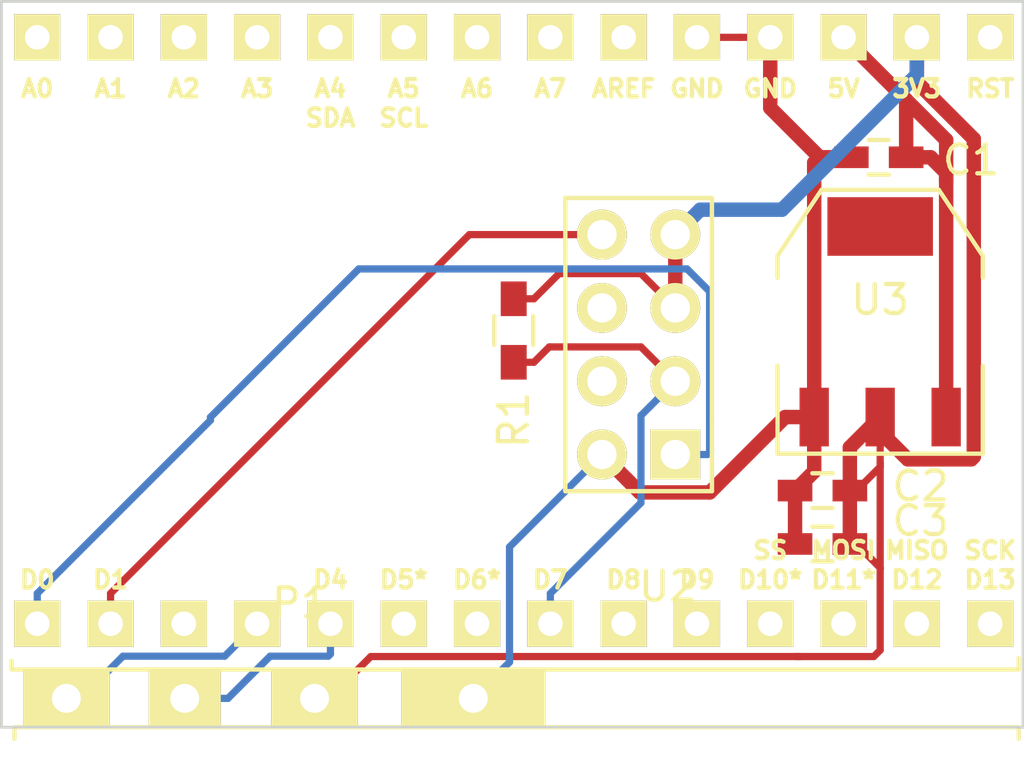
<source format=kicad_pcb>
(kicad_pcb (version 4) (host pcbnew "(2015-05-08 BZR 5647)-product")

  (general
    (links 22)
    (no_connects 0)
    (area 130.699999 93.549999 166.200001 118.800001)
    (thickness 1.6)
    (drawings 4)
    (tracks 105)
    (zones 0)
    (modules 8)
    (nets 30)
  )

  (page A4)
  (layers
    (0 F.Cu signal)
    (31 B.Cu signal)
    (32 B.Adhes user)
    (33 F.Adhes user)
    (34 B.Paste user)
    (35 F.Paste user)
    (36 B.SilkS user)
    (37 F.SilkS user)
    (38 B.Mask user)
    (39 F.Mask user)
    (40 Dwgs.User user)
    (41 Cmts.User user)
    (42 Eco1.User user)
    (43 Eco2.User user)
    (44 Edge.Cuts user)
    (45 Margin user)
    (46 B.CrtYd user)
    (47 F.CrtYd user)
    (48 B.Fab user)
    (49 F.Fab user)
  )

  (setup
    (last_trace_width 0.25)
    (trace_clearance 0.2)
    (zone_clearance 0.508)
    (zone_45_only no)
    (trace_min 0.2)
    (segment_width 0.2)
    (edge_width 0.1)
    (via_size 0.6)
    (via_drill 0.4)
    (via_min_size 0.4)
    (via_min_drill 0.3)
    (uvia_size 0.3)
    (uvia_drill 0.1)
    (uvias_allowed no)
    (uvia_min_size 0.2)
    (uvia_min_drill 0.1)
    (pcb_text_width 0.3)
    (pcb_text_size 1.5 1.5)
    (mod_edge_width 0.15)
    (mod_text_size 1 1)
    (mod_text_width 0.15)
    (pad_size 1.5 1.5)
    (pad_drill 0.6)
    (pad_to_mask_clearance 0)
    (aux_axis_origin 0 0)
    (visible_elements FFFFFF7F)
    (pcbplotparams
      (layerselection 0x00030_80000001)
      (usegerberextensions false)
      (excludeedgelayer true)
      (linewidth 0.100000)
      (plotframeref false)
      (viasonmask false)
      (mode 1)
      (useauxorigin false)
      (hpglpennumber 1)
      (hpglpenspeed 20)
      (hpglpendiameter 15)
      (hpglpenoverlay 2)
      (psnegative false)
      (psa4output false)
      (plotreference true)
      (plotvalue true)
      (plotinvisibletext false)
      (padsonsilk false)
      (subtractmaskfromsilk false)
      (outputformat 1)
      (mirror false)
      (drillshape 1)
      (scaleselection 1)
      (outputdirectory ""))
  )

  (net 0 "")
  (net 1 GND)
  (net 2 +3V3)
  (net 3 /OOK_EN)
  (net 4 /OOK)
  (net 5 /ESP_PD)
  (net 6 /ESP_TX)
  (net 7 /ESP_RX)
  (net 8 "Net-(U1-Pad3)")
  (net 9 "Net-(U1-Pad6)")
  (net 10 "Net-(U1-Pad7)")
  (net 11 "Net-(U1-Pad9)")
  (net 12 "Net-(U1-Pad10)")
  (net 13 "Net-(U1-Pad11)")
  (net 14 "Net-(U1-Pad12)")
  (net 15 "Net-(U1-Pad13)")
  (net 16 "Net-(U1-Pad14)")
  (net 17 "Net-(U1-Pad15)")
  (net 18 "Net-(U1-Pad16)")
  (net 19 "Net-(U1-Pad17)")
  (net 20 "Net-(U1-Pad18)")
  (net 21 "Net-(U1-Pad19)")
  (net 22 "Net-(U1-Pad20)")
  (net 23 "Net-(U1-Pad21)")
  (net 24 "Net-(U1-Pad22)")
  (net 25 "Net-(U1-Pad23)")
  (net 26 +5V)
  (net 27 /RST)
  (net 28 "Net-(U2-Pad4)")
  (net 29 "Net-(U2-Pad6)")

  (net_class Default "This is the default net class."
    (clearance 0.2)
    (trace_width 0.25)
    (via_dia 0.6)
    (via_drill 0.4)
    (uvia_dia 0.3)
    (uvia_drill 0.1)
    (add_net /ESP_PD)
    (add_net /ESP_RX)
    (add_net /ESP_TX)
    (add_net /OOK)
    (add_net /OOK_EN)
    (add_net /RST)
    (add_net "Net-(U1-Pad10)")
    (add_net "Net-(U1-Pad11)")
    (add_net "Net-(U1-Pad12)")
    (add_net "Net-(U1-Pad13)")
    (add_net "Net-(U1-Pad14)")
    (add_net "Net-(U1-Pad15)")
    (add_net "Net-(U1-Pad16)")
    (add_net "Net-(U1-Pad17)")
    (add_net "Net-(U1-Pad18)")
    (add_net "Net-(U1-Pad19)")
    (add_net "Net-(U1-Pad20)")
    (add_net "Net-(U1-Pad21)")
    (add_net "Net-(U1-Pad22)")
    (add_net "Net-(U1-Pad23)")
    (add_net "Net-(U1-Pad3)")
    (add_net "Net-(U1-Pad6)")
    (add_net "Net-(U1-Pad7)")
    (add_net "Net-(U1-Pad9)")
    (add_net "Net-(U2-Pad4)")
    (add_net "Net-(U2-Pad6)")
  )

  (net_class Power ""
    (clearance 0.2)
    (trace_width 0.5)
    (via_dia 0.8)
    (via_drill 0.6)
    (uvia_dia 0.3)
    (uvia_drill 0.1)
    (add_net +3V3)
    (add_net +5V)
    (add_net GND)
  )

  (module mylib:RX868-SH (layer F.Cu) (tedit 55E80EFE) (tstamp 55E80ED6)
    (at 140.7 119.55 180)
    (path /55B773A5)
    (fp_text reference P1 (at -0.4 5.1 180) (layer F.SilkS)
      (effects (font (size 1 1) (thickness 0.15)))
    )
    (fp_text value RX868SH-DV (at -14.7 1.8 180) (layer F.Fab)
      (effects (font (size 1 1) (thickness 0.15)))
    )
    (fp_line (start -25.3 2.8) (end -25.3 3.2) (layer F.SilkS) (width 0.15))
    (fp_line (start -25.3 0.8) (end -25.3 0.4) (layer F.SilkS) (width 0.15))
    (fp_line (start 9.6 2.8) (end 9.6 3.1) (layer F.SilkS) (width 0.15))
    (fp_line (start 9.5 0.8) (end 9.5 0.4) (layer F.SilkS) (width 0.15))
    (fp_line (start 9.6 2.8) (end -25.3 2.8) (layer F.SilkS) (width 0.15))
    (fp_line (start -25.3 0.8) (end 9.5 0.8) (layer F.SilkS) (width 0.15))
    (pad 4 thru_hole rect (at -6.4 1.8 180) (size 5 2) (drill 1) (layers *.Cu *.Mask F.SilkS)
      (net 1 GND))
    (pad 3 thru_hole rect (at -0.9 1.8 180) (size 3 2) (drill 1) (layers *.Cu *.Mask F.SilkS)
      (net 2 +3V3))
    (pad 2 thru_hole rect (at 3.6 1.8 180) (size 2.5 2) (drill 1) (layers *.Cu *.Mask F.SilkS)
      (net 3 /OOK_EN))
    (pad 1 thru_hole rect (at 7.7 1.8 180) (size 3 2) (drill 1) (layers *.Cu *.Mask F.SilkS)
      (net 4 /OOK))
  )

  (module Resistors_SMD:R_0603_HandSoldering (layer F.Cu) (tedit 55E80FA2) (tstamp 55E80EDC)
    (at 148.5011 105.0036 90)
    (descr "Resistor SMD 0603, hand soldering")
    (tags "resistor 0603")
    (path /55B77A99)
    (attr smd)
    (fp_text reference R1 (at -3.0964 -0.0011 90) (layer F.SilkS)
      (effects (font (size 1 1) (thickness 0.15)))
    )
    (fp_text value 10k (at -3.4036 0.1011 90) (layer F.Fab) hide
      (effects (font (size 1 1) (thickness 0.15)))
    )
    (fp_line (start -2 -0.8) (end 2 -0.8) (layer F.CrtYd) (width 0.05))
    (fp_line (start -2 0.8) (end 2 0.8) (layer F.CrtYd) (width 0.05))
    (fp_line (start -2 -0.8) (end -2 0.8) (layer F.CrtYd) (width 0.05))
    (fp_line (start 2 -0.8) (end 2 0.8) (layer F.CrtYd) (width 0.05))
    (fp_line (start 0.5 0.675) (end -0.5 0.675) (layer F.SilkS) (width 0.15))
    (fp_line (start -0.5 -0.675) (end 0.5 -0.675) (layer F.SilkS) (width 0.15))
    (pad 1 smd rect (at -1.1 0 90) (size 1.2 0.9) (layers F.Cu F.Paste F.Mask)
      (net 5 /ESP_PD))
    (pad 2 smd rect (at 1.1 0 90) (size 1.2 0.9) (layers F.Cu F.Paste F.Mask)
      (net 2 +3V3))
    (model Resistors_SMD.3dshapes/R_0603_HandSoldering.wrl
      (at (xyz 0 0 0))
      (scale (xyz 1 1 1))
      (rotate (xyz 0 0 0))
    )
  )

  (module mylib:TINY328_CONN (layer F.Cu) (tedit 5537E2DA) (tstamp 55E80EFC)
    (at 148.5011 105.0036)
    (path /55B67E98)
    (fp_text reference U1 (at 0 -2.54) (layer F.SilkS) hide
      (effects (font (size 1 1) (thickness 0.15)))
    )
    (fp_text value TINY328 (at 0 0) (layer F.SilkS) hide
      (effects (font (size 1 1) (thickness 0.15)))
    )
    (fp_text user SCL (at -3.81 -7.366) (layer F.SilkS)
      (effects (font (size 0.6 0.6) (thickness 0.15)))
    )
    (fp_text user SDA (at -6.35 -7.366) (layer F.SilkS)
      (effects (font (size 0.6 0.6) (thickness 0.15)))
    )
    (fp_text user INT1 (at -8.89 7.62) (layer F.SilkS) hide
      (effects (font (size 0.6 0.6) (thickness 0.15)))
    )
    (fp_text user INT0 (at -11.43 7.62) (layer F.SilkS) hide
      (effects (font (size 0.6 0.6) (thickness 0.15)))
    )
    (fp_text user SCK (at 16.51 7.62) (layer F.SilkS)
      (effects (font (size 0.6 0.6) (thickness 0.15)))
    )
    (fp_text user MISO (at 13.97 7.62) (layer F.SilkS)
      (effects (font (size 0.6 0.6) (thickness 0.15)))
    )
    (fp_text user MOSI (at 11.43 7.62) (layer F.SilkS)
      (effects (font (size 0.6 0.6) (thickness 0.15)))
    )
    (fp_text user SS (at 8.89 7.62) (layer F.SilkS)
      (effects (font (size 0.6 0.6) (thickness 0.15)))
    )
    (fp_text user RST (at 16.51 -8.382) (layer F.SilkS)
      (effects (font (size 0.6 0.6) (thickness 0.15)))
    )
    (fp_text user 3V3 (at 13.97 -8.382) (layer F.SilkS)
      (effects (font (size 0.6 0.6) (thickness 0.15)))
    )
    (fp_text user 5V (at 11.43 -8.382) (layer F.SilkS)
      (effects (font (size 0.6 0.6) (thickness 0.15)))
    )
    (fp_text user GND (at 8.89 -8.382) (layer F.SilkS)
      (effects (font (size 0.6 0.6) (thickness 0.15)))
    )
    (fp_text user GND (at 6.35 -8.382) (layer F.SilkS)
      (effects (font (size 0.6 0.6) (thickness 0.15)))
    )
    (fp_text user AREF (at 3.81 -8.382) (layer F.SilkS)
      (effects (font (size 0.6 0.6) (thickness 0.15)))
    )
    (fp_text user A7 (at 1.27 -8.382) (layer F.SilkS)
      (effects (font (size 0.6 0.6) (thickness 0.15)))
    )
    (fp_text user A6 (at -1.27 -8.382) (layer F.SilkS)
      (effects (font (size 0.6 0.6) (thickness 0.15)))
    )
    (fp_text user A5 (at -3.81 -8.382) (layer F.SilkS)
      (effects (font (size 0.6 0.6) (thickness 0.15)))
    )
    (fp_text user A4 (at -6.35 -8.382) (layer F.SilkS)
      (effects (font (size 0.6 0.6) (thickness 0.15)))
    )
    (fp_text user A3 (at -8.89 -8.382) (layer F.SilkS)
      (effects (font (size 0.6 0.6) (thickness 0.15)))
    )
    (fp_text user A2 (at -11.43 -8.382) (layer F.SilkS)
      (effects (font (size 0.6 0.6) (thickness 0.15)))
    )
    (fp_text user A1 (at -13.97 -8.382) (layer F.SilkS)
      (effects (font (size 0.6 0.6) (thickness 0.15)))
    )
    (fp_text user A0 (at -16.51 -8.382) (layer F.SilkS)
      (effects (font (size 0.6 0.6) (thickness 0.15)))
    )
    (fp_text user D13 (at 16.51 8.636) (layer F.SilkS)
      (effects (font (size 0.6 0.6) (thickness 0.15)))
    )
    (fp_text user D12 (at 13.97 8.636) (layer F.SilkS)
      (effects (font (size 0.6 0.6) (thickness 0.15)))
    )
    (fp_text user D11* (at 11.43 8.636) (layer F.SilkS)
      (effects (font (size 0.6 0.6) (thickness 0.15)))
    )
    (fp_text user D10* (at 8.89 8.636) (layer F.SilkS)
      (effects (font (size 0.6 0.6) (thickness 0.15)))
    )
    (fp_text user D9 (at 6.35 8.636) (layer F.SilkS)
      (effects (font (size 0.6 0.6) (thickness 0.15)))
    )
    (fp_text user D8 (at 3.81 8.636) (layer F.SilkS)
      (effects (font (size 0.6 0.6) (thickness 0.15)))
    )
    (fp_text user D7 (at 1.27 8.636) (layer F.SilkS)
      (effects (font (size 0.6 0.6) (thickness 0.15)))
    )
    (fp_text user D6* (at -1.27 8.636) (layer F.SilkS)
      (effects (font (size 0.6 0.6) (thickness 0.15)))
    )
    (fp_text user D5* (at -3.81 8.636) (layer F.SilkS)
      (effects (font (size 0.6 0.6) (thickness 0.15)))
    )
    (fp_text user D4 (at -6.35 8.636) (layer F.SilkS)
      (effects (font (size 0.6 0.6) (thickness 0.15)))
    )
    (fp_text user D3* (at -8.89 8.636) (layer F.SilkS) hide
      (effects (font (size 0.6 0.6) (thickness 0.15)))
    )
    (fp_text user D2 (at -11.43 8.636) (layer F.SilkS) hide
      (effects (font (size 0.6 0.6) (thickness 0.15)))
    )
    (fp_text user D1 (at -13.97 8.636) (layer F.SilkS)
      (effects (font (size 0.6 0.6) (thickness 0.15)))
    )
    (fp_text user D0 (at -16.51 8.636) (layer F.SilkS)
      (effects (font (size 0.6 0.6) (thickness 0.15)))
    )
    (pad 1 thru_hole rect (at -16.51 10.16) (size 1.6 1.6) (drill 0.85) (layers *.Cu *.Mask F.SilkS)
      (net 6 /ESP_TX))
    (pad 2 thru_hole rect (at -13.97 10.16) (size 1.6 1.6) (drill 0.85) (layers *.Cu *.Mask F.SilkS)
      (net 7 /ESP_RX))
    (pad 3 thru_hole rect (at -11.43 10.16) (size 1.6 1.6) (drill 0.85) (layers *.Cu *.Mask F.SilkS)
      (net 8 "Net-(U1-Pad3)"))
    (pad 4 thru_hole rect (at -8.89 10.16) (size 1.6 1.6) (drill 0.85) (layers *.Cu *.Mask F.SilkS)
      (net 4 /OOK))
    (pad 5 thru_hole rect (at -6.35 10.16) (size 1.6 1.6) (drill 0.85) (layers *.Cu *.Mask F.SilkS)
      (net 3 /OOK_EN))
    (pad 6 thru_hole rect (at -3.81 10.16) (size 1.6 1.6) (drill 0.85) (layers *.Cu *.Mask F.SilkS)
      (net 9 "Net-(U1-Pad6)"))
    (pad 7 thru_hole rect (at -1.27 10.16) (size 1.6 1.6) (drill 0.85) (layers *.Cu *.Mask F.SilkS)
      (net 10 "Net-(U1-Pad7)"))
    (pad 8 thru_hole rect (at 1.27 10.16) (size 1.6 1.6) (drill 0.85) (layers *.Cu *.Mask F.SilkS)
      (net 5 /ESP_PD))
    (pad 9 thru_hole rect (at 3.81 10.16) (size 1.6 1.6) (drill 0.85) (layers *.Cu *.Mask F.SilkS)
      (net 11 "Net-(U1-Pad9)"))
    (pad 10 thru_hole rect (at 6.35 10.16) (size 1.6 1.6) (drill 0.85) (layers *.Cu *.Mask F.SilkS)
      (net 12 "Net-(U1-Pad10)"))
    (pad 11 thru_hole rect (at 8.89 10.16) (size 1.6 1.6) (drill 0.85) (layers *.Cu *.Mask F.SilkS)
      (net 13 "Net-(U1-Pad11)"))
    (pad 12 thru_hole rect (at 11.43 10.16) (size 1.6 1.6) (drill 0.85) (layers *.Cu *.Mask F.SilkS)
      (net 14 "Net-(U1-Pad12)"))
    (pad 13 thru_hole rect (at 13.97 10.16) (size 1.6 1.6) (drill 0.85) (layers *.Cu *.Mask F.SilkS)
      (net 15 "Net-(U1-Pad13)"))
    (pad 14 thru_hole rect (at 16.51 10.16) (size 1.6 1.6) (drill 0.85) (layers *.Cu *.Mask F.SilkS)
      (net 16 "Net-(U1-Pad14)"))
    (pad 15 thru_hole rect (at -16.51 -10.16) (size 1.6 1.6) (drill 0.85) (layers *.Cu *.Mask F.SilkS)
      (net 17 "Net-(U1-Pad15)"))
    (pad 16 thru_hole rect (at -13.97 -10.16) (size 1.6 1.6) (drill 0.85) (layers *.Cu *.Mask F.SilkS)
      (net 18 "Net-(U1-Pad16)"))
    (pad 17 thru_hole rect (at -11.43 -10.16) (size 1.6 1.6) (drill 0.85) (layers *.Cu *.Mask F.SilkS)
      (net 19 "Net-(U1-Pad17)"))
    (pad 18 thru_hole rect (at -8.89 -10.16) (size 1.6 1.6) (drill 0.85) (layers *.Cu *.Mask F.SilkS)
      (net 20 "Net-(U1-Pad18)"))
    (pad 19 thru_hole rect (at -6.35 -10.16) (size 1.6 1.6) (drill 0.85) (layers *.Cu *.Mask F.SilkS)
      (net 21 "Net-(U1-Pad19)"))
    (pad 20 thru_hole rect (at -3.81 -10.16) (size 1.6 1.6) (drill 0.85) (layers *.Cu *.Mask F.SilkS)
      (net 22 "Net-(U1-Pad20)"))
    (pad 21 thru_hole rect (at -1.27 -10.16) (size 1.6 1.6) (drill 0.85) (layers *.Cu *.Mask F.SilkS)
      (net 23 "Net-(U1-Pad21)"))
    (pad 22 thru_hole rect (at 1.27 -10.16) (size 1.6 1.6) (drill 0.85) (layers *.Cu *.Mask F.SilkS)
      (net 24 "Net-(U1-Pad22)"))
    (pad 23 thru_hole rect (at 3.81 -10.16) (size 1.6 1.6) (drill 0.85) (layers *.Cu *.Mask F.SilkS)
      (net 25 "Net-(U1-Pad23)"))
    (pad 24 thru_hole rect (at 6.35 -10.16) (size 1.6 1.6) (drill 0.85) (layers *.Cu *.Mask F.SilkS)
      (net 1 GND))
    (pad 25 thru_hole rect (at 8.89 -10.16) (size 1.6 1.6) (drill 0.85) (layers *.Cu *.Mask F.SilkS)
      (net 1 GND))
    (pad 26 thru_hole rect (at 11.43 -10.16) (size 1.6 1.6) (drill 0.85) (layers *.Cu *.Mask F.SilkS)
      (net 26 +5V))
    (pad 27 thru_hole rect (at 13.97 -10.16) (size 1.6 1.6) (drill 0.85) (layers *.Cu *.Mask F.SilkS)
      (net 2 +3V3))
    (pad 28 thru_hole rect (at 16.51 -10.16) (size 1.6 1.6) (drill 0.85) (layers *.Cu *.Mask F.SilkS)
      (net 27 /RST))
  )

  (module ESP8266:ESP-01 (layer F.Cu) (tedit 553C10FF) (tstamp 55E80F08)
    (at 154.1 109.3 180)
    (descr "Module, ESP-8266, ESP-01, 8 pin")
    (tags "Module ESP-8266 ESP8266")
    (path /55E80CC8)
    (fp_text reference U2 (at 0.254 -4.572 180) (layer F.SilkS)
      (effects (font (size 1 1) (thickness 0.15)))
    )
    (fp_text value ESP-01v090 (at 12.192 3.556 180) (layer F.Fab)
      (effects (font (size 1 1) (thickness 0.15)))
    )
    (fp_line (start -1.778 -3.302) (end 22.86 -3.302) (layer F.Fab) (width 0.1524))
    (fp_line (start 22.86 -3.302) (end 22.86 10.922) (layer F.Fab) (width 0.1524))
    (fp_line (start 22.86 10.922) (end -1.778 10.922) (layer F.Fab) (width 0.1524))
    (fp_line (start -1.778 10.922) (end -1.778 -3.302) (layer F.Fab) (width 0.1524))
    (fp_line (start 1.27 -1.27) (end -1.27 -1.27) (layer F.SilkS) (width 0.1524))
    (fp_line (start -1.27 -1.27) (end -1.27 1.27) (layer F.SilkS) (width 0.1524))
    (fp_line (start -1.75 -1.75) (end -1.75 9.4) (layer F.CrtYd) (width 0.05))
    (fp_line (start 4.3 -1.75) (end 4.3 9.4) (layer F.CrtYd) (width 0.05))
    (fp_line (start -1.75 -1.75) (end 4.3 -1.75) (layer F.CrtYd) (width 0.05))
    (fp_line (start -1.75 9.4) (end 4.3 9.4) (layer F.CrtYd) (width 0.05))
    (fp_line (start -1.27 1.27) (end -1.27 8.89) (layer F.SilkS) (width 0.1524))
    (fp_line (start -1.27 8.89) (end 3.81 8.89) (layer F.SilkS) (width 0.1524))
    (fp_line (start 3.81 8.89) (end 3.81 -1.27) (layer F.SilkS) (width 0.1524))
    (fp_line (start 3.81 -1.27) (end 1.27 -1.27) (layer F.SilkS) (width 0.1524))
    (pad 1 thru_hole rect (at 0 0 180) (size 1.7272 1.7272) (drill 1.016) (layers *.Cu *.Mask F.SilkS)
      (net 6 /ESP_TX))
    (pad 2 thru_hole oval (at 2.54 0 180) (size 1.7272 1.7272) (drill 1.016) (layers *.Cu *.Mask F.SilkS)
      (net 1 GND))
    (pad 3 thru_hole oval (at 0 2.54 180) (size 1.7272 1.7272) (drill 1.016) (layers *.Cu *.Mask F.SilkS)
      (net 5 /ESP_PD))
    (pad 4 thru_hole oval (at 2.54 2.54 180) (size 1.7272 1.7272) (drill 1.016) (layers *.Cu *.Mask F.SilkS)
      (net 28 "Net-(U2-Pad4)"))
    (pad 5 thru_hole oval (at 0 5.08 180) (size 1.7272 1.7272) (drill 1.016) (layers *.Cu *.Mask F.SilkS)
      (net 2 +3V3))
    (pad 6 thru_hole oval (at 2.54 5.08 180) (size 1.7272 1.7272) (drill 1.016) (layers *.Cu *.Mask F.SilkS)
      (net 29 "Net-(U2-Pad6)"))
    (pad 7 thru_hole oval (at 0 7.62 180) (size 1.7272 1.7272) (drill 1.016) (layers *.Cu *.Mask F.SilkS)
      (net 2 +3V3))
    (pad 8 thru_hole oval (at 2.54 7.62 180) (size 1.7272 1.7272) (drill 1.016) (layers *.Cu *.Mask F.SilkS)
      (net 7 /ESP_RX))
    (model Pin_Headers.3dshapes/Pin_Header_Straight_2x04.wrl
      (at (xyz 0.05 -0.15 0))
      (scale (xyz 1 1 1))
      (rotate (xyz 0 0 90))
    )
  )

  (module SMD_Packages:SOT-223 (layer F.Cu) (tedit 55E81803) (tstamp 55E80F10)
    (at 161.2 104.7)
    (descr "module CMS SOT223 4 pins")
    (tags "CMS SOT")
    (path /55B777E6)
    (attr smd)
    (fp_text reference U3 (at 0 -0.762) (layer F.SilkS)
      (effects (font (size 1 1) (thickness 0.15)))
    )
    (fp_text value LD1117S33TR (at 0 0.762) (layer F.Fab) hide
      (effects (font (size 1 1) (thickness 0.15)))
    )
    (fp_line (start -3.556 1.524) (end -3.556 4.572) (layer F.SilkS) (width 0.15))
    (fp_line (start -3.556 4.572) (end 3.556 4.572) (layer F.SilkS) (width 0.15))
    (fp_line (start 3.556 4.572) (end 3.556 1.524) (layer F.SilkS) (width 0.15))
    (fp_line (start -3.556 -1.524) (end -3.556 -2.286) (layer F.SilkS) (width 0.15))
    (fp_line (start -3.556 -2.286) (end -2.032 -4.572) (layer F.SilkS) (width 0.15))
    (fp_line (start -2.032 -4.572) (end 2.032 -4.572) (layer F.SilkS) (width 0.15))
    (fp_line (start 2.032 -4.572) (end 3.556 -2.286) (layer F.SilkS) (width 0.15))
    (fp_line (start 3.556 -2.286) (end 3.556 -1.524) (layer F.SilkS) (width 0.15))
    (pad 4 smd rect (at 0 -3.302) (size 3.6576 2.032) (layers F.Cu F.Paste F.Mask))
    (pad 2 smd rect (at 0 3.302) (size 1.016 2.032) (layers F.Cu F.Paste F.Mask)
      (net 2 +3V3))
    (pad 3 smd rect (at 2.286 3.302) (size 1.016 2.032) (layers F.Cu F.Paste F.Mask)
      (net 26 +5V))
    (pad 1 smd rect (at -2.286 3.302) (size 1.016 2.032) (layers F.Cu F.Paste F.Mask)
      (net 1 GND))
    (model SMD_Packages.3dshapes/SOT-223.wrl
      (at (xyz 0 0 0))
      (scale (xyz 0.4 0.4 0.4))
      (rotate (xyz 0 0 0))
    )
  )

  (module Capacitors_SMD:C_0603_HandSoldering (layer F.Cu) (tedit 55E81AD4) (tstamp 55E817A4)
    (at 161.15 99 180)
    (descr "Capacitor SMD 0603, hand soldering")
    (tags "capacitor 0603")
    (path /55E8194D)
    (attr smd)
    (fp_text reference C1 (at -3.2 -0.1 180) (layer F.SilkS)
      (effects (font (size 1 1) (thickness 0.15)))
    )
    (fp_text value 1uF (at 0 1.9 180) (layer F.Fab) hide
      (effects (font (size 1 1) (thickness 0.15)))
    )
    (fp_line (start -1.85 -0.75) (end 1.85 -0.75) (layer F.CrtYd) (width 0.05))
    (fp_line (start -1.85 0.75) (end 1.85 0.75) (layer F.CrtYd) (width 0.05))
    (fp_line (start -1.85 -0.75) (end -1.85 0.75) (layer F.CrtYd) (width 0.05))
    (fp_line (start 1.85 -0.75) (end 1.85 0.75) (layer F.CrtYd) (width 0.05))
    (fp_line (start -0.35 -0.6) (end 0.35 -0.6) (layer F.SilkS) (width 0.15))
    (fp_line (start 0.35 0.6) (end -0.35 0.6) (layer F.SilkS) (width 0.15))
    (pad 1 smd rect (at -0.95 0 180) (size 1.2 0.75) (layers F.Cu F.Paste F.Mask)
      (net 26 +5V))
    (pad 2 smd rect (at 0.95 0 180) (size 1.2 0.75) (layers F.Cu F.Paste F.Mask)
      (net 1 GND))
    (model Capacitors_SMD.3dshapes/C_0603_HandSoldering.wrl
      (at (xyz 0 0 0))
      (scale (xyz 1 1 1))
      (rotate (xyz 0 0 0))
    )
  )

  (module Capacitors_SMD:C_0603_HandSoldering (layer F.Cu) (tedit 55E817FE) (tstamp 55E817AA)
    (at 159.2 110.55 180)
    (descr "Capacitor SMD 0603, hand soldering")
    (tags "capacitor 0603")
    (path /55E8198A)
    (attr smd)
    (fp_text reference C2 (at -3.4 0.15 180) (layer F.SilkS)
      (effects (font (size 1 1) (thickness 0.15)))
    )
    (fp_text value 10uF (at 0 1.9 180) (layer F.Fab) hide
      (effects (font (size 1 1) (thickness 0.15)))
    )
    (fp_line (start -1.85 -0.75) (end 1.85 -0.75) (layer F.CrtYd) (width 0.05))
    (fp_line (start -1.85 0.75) (end 1.85 0.75) (layer F.CrtYd) (width 0.05))
    (fp_line (start -1.85 -0.75) (end -1.85 0.75) (layer F.CrtYd) (width 0.05))
    (fp_line (start 1.85 -0.75) (end 1.85 0.75) (layer F.CrtYd) (width 0.05))
    (fp_line (start -0.35 -0.6) (end 0.35 -0.6) (layer F.SilkS) (width 0.15))
    (fp_line (start 0.35 0.6) (end -0.35 0.6) (layer F.SilkS) (width 0.15))
    (pad 1 smd rect (at -0.95 0 180) (size 1.2 0.75) (layers F.Cu F.Paste F.Mask)
      (net 2 +3V3))
    (pad 2 smd rect (at 0.95 0 180) (size 1.2 0.75) (layers F.Cu F.Paste F.Mask)
      (net 1 GND))
    (model Capacitors_SMD.3dshapes/C_0603_HandSoldering.wrl
      (at (xyz 0 0 0))
      (scale (xyz 1 1 1))
      (rotate (xyz 0 0 0))
    )
  )

  (module Capacitors_SMD:C_0603_HandSoldering (layer F.Cu) (tedit 55E81809) (tstamp 55E817B0)
    (at 159.2 112.4 180)
    (descr "Capacitor SMD 0603, hand soldering")
    (tags "capacitor 0603")
    (path /55E819C9)
    (attr smd)
    (fp_text reference C3 (at -3.4 0.8 180) (layer F.SilkS)
      (effects (font (size 1 1) (thickness 0.15)))
    )
    (fp_text value 0.1uF (at 0 1.9 180) (layer F.Fab) hide
      (effects (font (size 1 1) (thickness 0.15)))
    )
    (fp_line (start -1.85 -0.75) (end 1.85 -0.75) (layer F.CrtYd) (width 0.05))
    (fp_line (start -1.85 0.75) (end 1.85 0.75) (layer F.CrtYd) (width 0.05))
    (fp_line (start -1.85 -0.75) (end -1.85 0.75) (layer F.CrtYd) (width 0.05))
    (fp_line (start 1.85 -0.75) (end 1.85 0.75) (layer F.CrtYd) (width 0.05))
    (fp_line (start -0.35 -0.6) (end 0.35 -0.6) (layer F.SilkS) (width 0.15))
    (fp_line (start 0.35 0.6) (end -0.35 0.6) (layer F.SilkS) (width 0.15))
    (pad 1 smd rect (at -0.95 0 180) (size 1.2 0.75) (layers F.Cu F.Paste F.Mask)
      (net 2 +3V3))
    (pad 2 smd rect (at 0.95 0 180) (size 1.2 0.75) (layers F.Cu F.Paste F.Mask)
      (net 1 GND))
    (model Capacitors_SMD.3dshapes/C_0603_HandSoldering.wrl
      (at (xyz 0 0 0))
      (scale (xyz 1 1 1))
      (rotate (xyz 0 0 0))
    )
  )

  (gr_line (start 130.75 118.75) (end 130.75 93.6) (angle 90) (layer Edge.Cuts) (width 0.1))
  (gr_line (start 166.15 118.75) (end 130.75 118.75) (angle 90) (layer Edge.Cuts) (width 0.1))
  (gr_line (start 166.15 93.6) (end 166.15 118.75) (angle 90) (layer Edge.Cuts) (width 0.1))
  (gr_line (start 130.75 93.6) (end 166.15 93.6) (angle 90) (layer Edge.Cuts) (width 0.1))

  (segment (start 158.914 108.002) (end 158.914 99.906051) (width 0.25) (layer F.Cu) (net 1))
  (segment (start 160.2 99) (end 159.35 99) (width 0.25) (layer F.Cu) (net 1))
  (segment (start 159.35 99) (end 158.914 99.436) (width 0.25) (layer F.Cu) (net 1))
  (segment (start 158.914 99.436) (end 158.914 99.906051) (width 0.25) (layer F.Cu) (net 1))
  (segment (start 159.975 99) (end 160.2 99) (width 0.25) (layer F.Cu) (net 1))
  (segment (start 147.1 117.75) (end 148.356101 116.493899) (width 0.25) (layer B.Cu) (net 1))
  (segment (start 148.356101 116.493899) (end 148.356101 112.503899) (width 0.25) (layer B.Cu) (net 1))
  (segment (start 148.356101 112.503899) (end 150.696401 110.163599) (width 0.25) (layer B.Cu) (net 1))
  (segment (start 150.696401 110.163599) (end 151.56 109.3) (width 0.25) (layer B.Cu) (net 1))
  (segment (start 157.3911 94.8436) (end 156.3411 94.8436) (width 0.25) (layer F.Cu) (net 1))
  (segment (start 156.3411 94.8436) (end 154.8511 94.8436) (width 0.25) (layer F.Cu) (net 1))
  (segment (start 158.914 99.186) (end 159.1 99) (width 0.5) (layer F.Cu) (net 1))
  (segment (start 158.914 108.002) (end 158.914 99.186) (width 0.5) (layer F.Cu) (net 1))
  (segment (start 157.3911 96.1436) (end 157.3911 94.8436) (width 0.5) (layer F.Cu) (net 1))
  (segment (start 157.3911 97.2911) (end 157.3911 96.1436) (width 0.5) (layer F.Cu) (net 1))
  (segment (start 159.1 99) (end 157.3911 97.2911) (width 0.5) (layer F.Cu) (net 1))
  (segment (start 160.2 99) (end 159.1 99) (width 0.5) (layer F.Cu) (net 1))
  (segment (start 158.914 109.886) (end 158.25 110.55) (width 0.5) (layer F.Cu) (net 1))
  (segment (start 158.914 108.002) (end 158.914 109.886) (width 0.5) (layer F.Cu) (net 1))
  (segment (start 158.25 110.55) (end 158.25 112.4) (width 0.5) (layer F.Cu) (net 1))
  (segment (start 152.423599 110.163599) (end 151.56 109.3) (width 0.5) (layer F.Cu) (net 1))
  (segment (start 155.294399 110.613601) (end 152.873601 110.613601) (width 0.5) (layer F.Cu) (net 1))
  (segment (start 152.873601 110.613601) (end 152.423599 110.163599) (width 0.5) (layer F.Cu) (net 1))
  (segment (start 157.906 108.002) (end 155.294399 110.613601) (width 0.5) (layer F.Cu) (net 1))
  (segment (start 158.914 108.002) (end 157.906 108.002) (width 0.5) (layer F.Cu) (net 1))
  (segment (start 161.2 116.079702) (end 161.2 113.258382) (width 0.25) (layer F.Cu) (net 2))
  (segment (start 161.2 113.258382) (end 161.2 109.588654) (width 0.25) (layer F.Cu) (net 2))
  (segment (start 160.15 112.4) (end 160.375 112.4) (width 0.25) (layer F.Cu) (net 2))
  (segment (start 160.375 112.4) (end 161.2 113.225) (width 0.25) (layer F.Cu) (net 2))
  (segment (start 161.2 113.225) (end 161.2 113.258382) (width 0.25) (layer F.Cu) (net 2))
  (segment (start 161.2 109.588654) (end 161.2 109.268) (width 0.25) (layer F.Cu) (net 2))
  (segment (start 161.2 109.588654) (end 161.2 109.725) (width 0.25) (layer F.Cu) (net 2))
  (segment (start 161.2 109.725) (end 160.375 110.55) (width 0.25) (layer F.Cu) (net 2))
  (segment (start 160.375 110.55) (end 160.15 110.55) (width 0.25) (layer F.Cu) (net 2))
  (segment (start 158.289623 116.3) (end 158.439702 116.3) (width 0.25) (layer F.Cu) (net 2))
  (segment (start 143.55 116.3) (end 158.289623 116.3) (width 0.25) (layer F.Cu) (net 2))
  (segment (start 161.2 109.268) (end 161.2 108.002) (width 0.25) (layer F.Cu) (net 2))
  (segment (start 158.289623 116.3) (end 160.979702 116.3) (width 0.25) (layer F.Cu) (net 2))
  (segment (start 160.979702 116.3) (end 161.2 116.079702) (width 0.25) (layer F.Cu) (net 2))
  (segment (start 141.6 117.75) (end 142.1 117.75) (width 0.25) (layer F.Cu) (net 2))
  (segment (start 142.1 117.75) (end 143.55 116.3) (width 0.25) (layer F.Cu) (net 2))
  (segment (start 161.2 108.51) (end 162.033001 109.343001) (width 0.5) (layer F.Cu) (net 2))
  (segment (start 162.033001 109.343001) (end 164.254001 109.343001) (width 0.25) (layer F.Cu) (net 2))
  (segment (start 164.254001 109.343001) (end 164.319001 109.278001) (width 0.25) (layer F.Cu) (net 2))
  (segment (start 162.4711 95.8936) (end 162.4711 94.8436) (width 0.5) (layer F.Cu) (net 2))
  (segment (start 154.1 104.22) (end 152.911399 103.031399) (width 0.25) (layer F.Cu) (net 2))
  (segment (start 152.911399 103.031399) (end 150.073301 103.031399) (width 0.25) (layer F.Cu) (net 2))
  (segment (start 150.073301 103.031399) (end 149.2011 103.9036) (width 0.25) (layer F.Cu) (net 2))
  (segment (start 149.2011 103.9036) (end 148.5011 103.9036) (width 0.25) (layer F.Cu) (net 2))
  (segment (start 162.4711 96.393638) (end 162.4711 94.8436) (width 0.5) (layer F.Cu) (net 2))
  (segment (start 164.444001 98.366537) (end 162.4711 96.393638) (width 0.5) (layer F.Cu) (net 2))
  (segment (start 164.444001 109.378001) (end 164.444001 98.366537) (width 0.5) (layer F.Cu) (net 2))
  (segment (start 164.354001 109.468001) (end 164.444001 109.378001) (width 0.5) (layer F.Cu) (net 2))
  (segment (start 162.158001 109.468001) (end 164.354001 109.468001) (width 0.5) (layer F.Cu) (net 2))
  (segment (start 161.2 108.51) (end 162.158001 109.468001) (width 0.5) (layer F.Cu) (net 2))
  (segment (start 161.2 108.002) (end 161.2 108.51) (width 0.5) (layer F.Cu) (net 2))
  (segment (start 160.15 110.55) (end 160.15 112.4) (width 0.5) (layer F.Cu) (net 2))
  (segment (start 160.15 109.052) (end 161.2 108.002) (width 0.5) (layer F.Cu) (net 2))
  (segment (start 160.15 110.55) (end 160.15 109.052) (width 0.5) (layer F.Cu) (net 2))
  (segment (start 154.1 101.68) (end 154.1 104.22) (width 0.5) (layer F.Cu) (net 2))
  (segment (start 162.4711 96.1436) (end 162.4711 94.8436) (width 0.5) (layer B.Cu) (net 2))
  (segment (start 157.798299 100.816401) (end 162.4711 96.1436) (width 0.5) (layer B.Cu) (net 2))
  (segment (start 154.963599 100.816401) (end 157.798299 100.816401) (width 0.5) (layer B.Cu) (net 2))
  (segment (start 154.1 101.68) (end 154.963599 100.816401) (width 0.5) (layer B.Cu) (net 2))
  (segment (start 137.1 117.75) (end 138.6 117.75) (width 0.25) (layer B.Cu) (net 3))
  (segment (start 138.6 117.75) (end 140.061399 116.288601) (width 0.25) (layer B.Cu) (net 3))
  (segment (start 142.076099 116.288601) (end 142.1511 116.2136) (width 0.25) (layer B.Cu) (net 3))
  (segment (start 140.061399 116.288601) (end 142.076099 116.288601) (width 0.25) (layer B.Cu) (net 3))
  (segment (start 142.1511 116.2136) (end 142.1511 115.1636) (width 0.25) (layer B.Cu) (net 3))
  (segment (start 133 117.75) (end 133.5 117.75) (width 0.25) (layer B.Cu) (net 4))
  (segment (start 133.5 117.75) (end 134.961399 116.288601) (width 0.25) (layer B.Cu) (net 4))
  (segment (start 134.961399 116.288601) (end 138.486099 116.288601) (width 0.25) (layer B.Cu) (net 4))
  (segment (start 138.486099 116.288601) (end 139.6111 115.1636) (width 0.25) (layer B.Cu) (net 4))
  (segment (start 149.7711 115.1636) (end 149.7711 114.1136) (width 0.25) (layer B.Cu) (net 5))
  (segment (start 152.911399 107.948601) (end 153.236401 107.623599) (width 0.25) (layer B.Cu) (net 5))
  (segment (start 149.7711 114.1136) (end 152.911399 110.973301) (width 0.25) (layer B.Cu) (net 5))
  (segment (start 152.911399 110.973301) (end 152.911399 107.948601) (width 0.25) (layer B.Cu) (net 5))
  (segment (start 153.236401 107.623599) (end 154.1 106.76) (width 0.25) (layer B.Cu) (net 5))
  (segment (start 148.5011 106.1036) (end 149.2011 106.1036) (width 0.25) (layer F.Cu) (net 5))
  (segment (start 152.911399 105.571399) (end 153.236401 105.896401) (width 0.25) (layer F.Cu) (net 5))
  (segment (start 149.2011 106.1036) (end 149.733301 105.571399) (width 0.25) (layer F.Cu) (net 5))
  (segment (start 149.733301 105.571399) (end 152.911399 105.571399) (width 0.25) (layer F.Cu) (net 5))
  (segment (start 153.236401 105.896401) (end 154.1 106.76) (width 0.25) (layer F.Cu) (net 5))
  (segment (start 137.993301 108.006699) (end 143.131399 102.868601) (width 0.25) (layer B.Cu) (net 6))
  (segment (start 155.2136 109.3) (end 154.1 109.3) (width 0.25) (layer B.Cu) (net 6))
  (segment (start 143.131399 102.868601) (end 154.507731 102.868601) (width 0.25) (layer B.Cu) (net 6))
  (segment (start 154.507731 102.868601) (end 155.288601 103.649471) (width 0.25) (layer B.Cu) (net 6))
  (segment (start 155.288601 103.649471) (end 155.288601 109.224999) (width 0.25) (layer B.Cu) (net 6))
  (segment (start 155.288601 109.224999) (end 155.2136 109.3) (width 0.25) (layer B.Cu) (net 6))
  (segment (start 137.993301 108.111399) (end 137.993301 108.006699) (width 0.25) (layer B.Cu) (net 6))
  (segment (start 131.9911 115.1636) (end 131.9911 114.1136) (width 0.25) (layer B.Cu) (net 6))
  (segment (start 131.9911 114.1136) (end 137.993301 108.111399) (width 0.25) (layer B.Cu) (net 6))
  (segment (start 134.5311 115.1636) (end 134.5311 114.1136) (width 0.25) (layer F.Cu) (net 7))
  (segment (start 134.5311 114.1136) (end 146.9647 101.68) (width 0.25) (layer F.Cu) (net 7))
  (segment (start 146.9647 101.68) (end 150.338686 101.68) (width 0.25) (layer F.Cu) (net 7))
  (segment (start 150.338686 101.68) (end 151.56 101.68) (width 0.25) (layer F.Cu) (net 7))
  (segment (start 163.486 108.002) (end 163.486 99.827492) (width 0.5) (layer F.Cu) (net 26))
  (segment (start 162.1 99) (end 162.95 99) (width 0.5) (layer F.Cu) (net 26))
  (segment (start 163.486 99.536) (end 163.486 99.827492) (width 0.5) (layer F.Cu) (net 26))
  (segment (start 162.95 99) (end 163.486 99.536) (width 0.5) (layer F.Cu) (net 26))
  (segment (start 162.045059 96.957559) (end 159.9311 94.8436) (width 0.5) (layer F.Cu) (net 26))
  (segment (start 163.486 99.827492) (end 163.486 98.3985) (width 0.5) (layer F.Cu) (net 26))
  (segment (start 163.486 98.3985) (end 162.045059 96.957559) (width 0.5) (layer F.Cu) (net 26))
  (segment (start 162.045059 96.957559) (end 162.1 97.0125) (width 0.5) (layer F.Cu) (net 26))
  (segment (start 162.1 97.0125) (end 162.1 99) (width 0.5) (layer F.Cu) (net 26))

)

</source>
